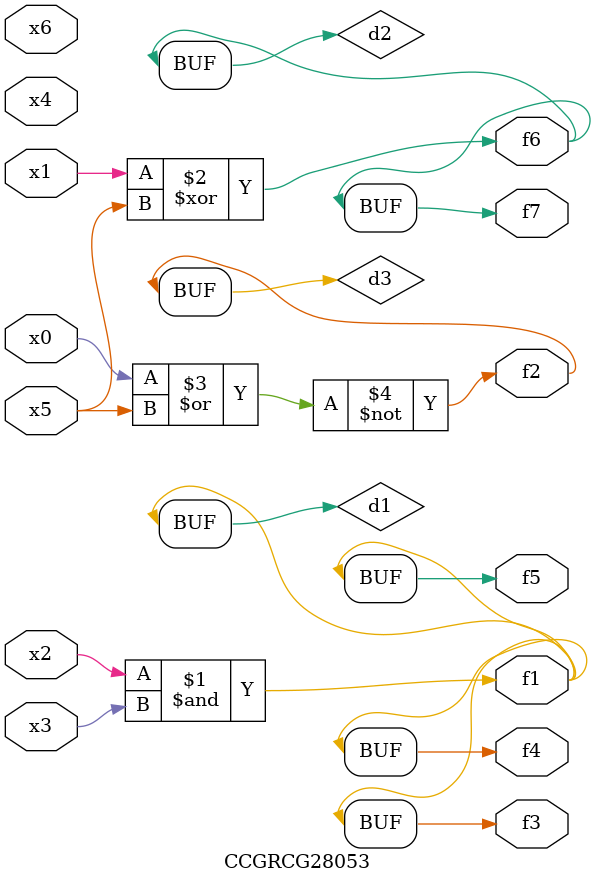
<source format=v>
module CCGRCG28053(
	input x0, x1, x2, x3, x4, x5, x6,
	output f1, f2, f3, f4, f5, f6, f7
);

	wire d1, d2, d3;

	and (d1, x2, x3);
	xor (d2, x1, x5);
	nor (d3, x0, x5);
	assign f1 = d1;
	assign f2 = d3;
	assign f3 = d1;
	assign f4 = d1;
	assign f5 = d1;
	assign f6 = d2;
	assign f7 = d2;
endmodule

</source>
